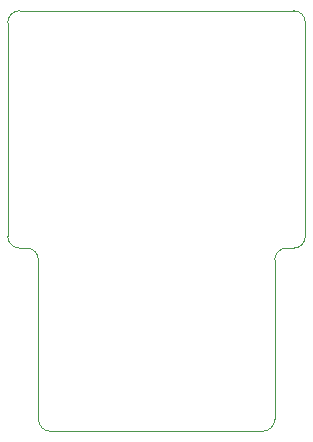
<source format=gm1>
G04 #@! TF.GenerationSoftware,KiCad,Pcbnew,(5.1.10-1-10_14)*
G04 #@! TF.CreationDate,2021-12-01T23:12:48+09:00*
G04 #@! TF.ProjectId,DBG-ESP32,4442472d-4553-4503-9332-2e6b69636164,V1.0*
G04 #@! TF.SameCoordinates,Original*
G04 #@! TF.FileFunction,Profile,NP*
%FSLAX46Y46*%
G04 Gerber Fmt 4.6, Leading zero omitted, Abs format (unit mm)*
G04 Created by KiCad (PCBNEW (5.1.10-1-10_14)) date 2021-12-01 23:12:48*
%MOMM*%
%LPD*%
G01*
G04 APERTURE LIST*
G04 #@! TA.AperFunction,Profile*
%ADD10C,0.050000*%
G04 #@! TD*
G04 APERTURE END LIST*
D10*
X-11000000Y0D02*
G75*
G02*
X-10000000Y-1000000I0J-1000000D01*
G01*
X-11600000Y0D02*
G75*
G02*
X-12600000Y1000000I0J1000000D01*
G01*
X-12600000Y19100000D02*
G75*
G02*
X-11600000Y20100000I1000000J0D01*
G01*
X11600000Y20100000D02*
G75*
G02*
X12600000Y19100000I0J-1000000D01*
G01*
X12600000Y1000000D02*
G75*
G02*
X11600000Y0I-1000000J0D01*
G01*
X10000000Y-1000000D02*
G75*
G02*
X11000000Y0I1000000J0D01*
G01*
X10000000Y-14500000D02*
G75*
G02*
X9000000Y-15500000I-1000000J0D01*
G01*
X-9000000Y-15500000D02*
G75*
G02*
X-10000000Y-14500000I0J1000000D01*
G01*
X11600000Y0D02*
X11000000Y0D01*
X12600000Y19100000D02*
X12600000Y1000000D01*
X-11600000Y20100000D02*
X11600000Y20100000D01*
X-12600000Y1000000D02*
X-12600000Y19100000D01*
X-11000000Y0D02*
X-11600000Y0D01*
X-10000000Y-14500000D02*
X-10000000Y-1000000D01*
X9000000Y-15500000D02*
X-9000000Y-15500000D01*
X10000000Y-1000000D02*
X10000000Y-14500000D01*
M02*

</source>
